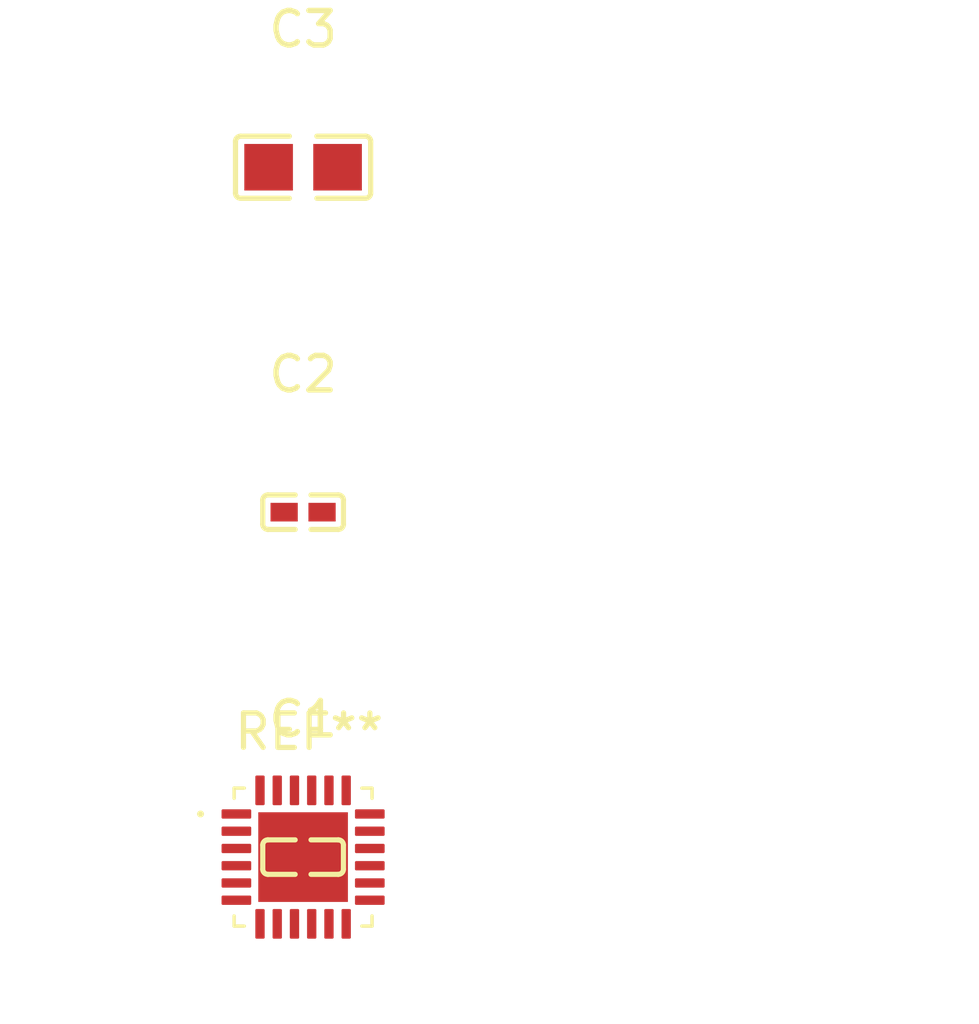
<source format=kicad_pcb>
(kicad_pcb (version 20241229) (generator "atopile") (generator_version "0.12.4")
  (layers (0 "F.Cu" signal) (31 "B.Cu" signal) (34 "B.Paste" user) (35 "F.Paste" user) (36 "B.SilkS" user "B.Silkscreen") (37 "F.SilkS" user "F.Silkscreen") (38 "B.Mask" user) (39 "F.Mask" user) (44 "Edge.Cuts" user))
  (net 0 "")
  (net 1 "_22")
  (net 2 "power_battery-VCC")
  (net 3 "_24")
  (net 4 "OTG")
  (net 5 "PSEL")
  (net 6 "QON")
  (net 7 "DM")
  (net 8 "power_regn-VCC")
  (net 9 "power_vbus-VCC")
  (net 10 "TS")
  (net 11 "PMID")
  (net 12 "_20")
  (net 13 "SCL")
  (net 14 "_21")
  (net 15 "GND")
  (net 16 "CE")
  (net 17 "_25")
  (net 18 "STAT")
  (net 19 "ILIM")
  (net 20 "_23")
  (net 21 "DP")
  (net 22 "INT")
  (net 23 "SDA")
  (net 24 "power_system-VCC")
  (footprint "TI_BQ25895RTWR:QFN50P400X400X80-25N" (layer "F.Cu") (at 0 0 0)
    (property "Reference" "U1" (hide yes))
    (property "Value" "" (hide yes))
    (fp_line (start 2 2) (end 1.705 2) (layer "F.SilkS"))
    (fp_line (start 2 -2) (end 1.705 -2) (layer "F.SilkS"))
    (fp_line (start -2 2) (end -1.705 2) (layer "F.SilkS"))
    (fp_line (start -2 -2) (end -1.705 -2) (layer "F.SilkS"))
    (fp_line (start 2 2) (end 2 1.705) (layer "F.SilkS"))
    (fp_line (start 2 -2) (end 2 -1.705) (layer "F.SilkS"))
    (fp_line (start -2 2) (end -2 1.705) (layer "F.SilkS"))
    (fp_line (start -2 -2) (end -2 -1.705) (layer "F.SilkS"))
    (fp_circle (center -2.975 -1.25) (end -2.875 -1.25) (layer "F.SilkS"))
    (fp_text reference "REF**" (at 0.175 -3.635 0) (layer "F.SilkS"))
    (fp_text value "QFN50P400X400X80-25N")
    (pad "7" smd roundrect (at -1.25 1.935 0) (size 0.27 0.86) (layers "F.Cu" "F.Mask" "F.Paste") (roundrect_rratio 0.125) (net 11 "PMID"))
    (pad "8" smd roundrect (at -0.75 1.935 0) (size 0.27 0.86) (layers "F.Cu" "F.Mask" "F.Paste") (roundrect_rratio 0.125) (net 24 "power_system-VCC"))
    (pad "9" smd roundrect (at -0.25 1.935 0) (size 0.27 0.86) (layers "F.Cu" "F.Mask" "F.Paste") (roundrect_rratio 0.125) (net 2 "power_battery-VCC"))
    (pad "10" smd roundrect (at 0.25 1.935 0) (size 0.27 0.86) (layers "F.Cu" "F.Mask" "F.Paste") (roundrect_rratio 0.125) (net 15 "GND"))
    (pad "11" smd roundrect (at 0.75 1.935 0) (size 0.27 0.86) (layers "F.Cu" "F.Mask" "F.Paste") (roundrect_rratio 0.125) (net 23 "SDA"))
    (pad "12" smd roundrect (at 1.25 1.935 0) (size 0.27 0.86) (layers "F.Cu" "F.Mask" "F.Paste") (roundrect_rratio 0.125) (net 13 "SCL"))
    (pad "19" smd roundrect (at 1.25 -1.935 0) (size 0.27 0.86) (layers "F.Cu" "F.Mask" "F.Paste") (roundrect_rratio 0.125) (net 15 "GND"))
    (pad "20" smd roundrect (at 0.75 -1.935 0) (size 0.27 0.86) (layers "F.Cu" "F.Mask" "F.Paste") (roundrect_rratio 0.125) (net 12 "_20"))
    (pad "21" smd roundrect (at 0.25 -1.935 0) (size 0.27 0.86) (layers "F.Cu" "F.Mask" "F.Paste") (roundrect_rratio 0.125) (net 14 "_21"))
    (pad "22" smd roundrect (at -0.25 -1.935 0) (size 0.27 0.86) (layers "F.Cu" "F.Mask" "F.Paste") (roundrect_rratio 0.125) (net 1 "_22"))
    (pad "23" smd roundrect (at -0.75 -1.935 0) (size 0.27 0.86) (layers "F.Cu" "F.Mask" "F.Paste") (roundrect_rratio 0.125) (net 20 "_23"))
    (pad "24" smd roundrect (at -1.25 -1.935 0) (size 0.27 0.86) (layers "F.Cu" "F.Mask" "F.Paste") (roundrect_rratio 0.125) (net 3 "_24"))
    (pad "1" smd roundrect (at -1.935 -1.25 0) (size 0.86 0.27) (layers "F.Cu" "F.Mask" "F.Paste") (roundrect_rratio 0.125) (net 10 "TS"))
    (pad "2" smd roundrect (at -1.935 -0.75 0) (size 0.86 0.27) (layers "F.Cu" "F.Mask" "F.Paste") (roundrect_rratio 0.125) (net 8 "power_regn-VCC"))
    (pad "3" smd roundrect (at -1.935 -0.25 0) (size 0.86 0.27) (layers "F.Cu" "F.Mask" "F.Paste") (roundrect_rratio 0.125) (net 7 "DM"))
    (pad "4" smd roundrect (at -1.935 0.25 0) (size 0.86 0.27) (layers "F.Cu" "F.Mask" "F.Paste") (roundrect_rratio 0.125) (net 21 "DP"))
    (pad "5" smd roundrect (at -1.935 0.75 0) (size 0.86 0.27) (layers "F.Cu" "F.Mask" "F.Paste") (roundrect_rratio 0.125) (net 9 "power_vbus-VCC"))
    (pad "6" smd roundrect (at -1.935 1.25 0) (size 0.86 0.27) (layers "F.Cu" "F.Mask" "F.Paste") (roundrect_rratio 0.125) (net 19 "ILIM"))
    (pad "13" smd roundrect (at 1.935 1.25 0) (size 0.86 0.27) (layers "F.Cu" "F.Mask" "F.Paste") (roundrect_rratio 0.125) (net 22 "INT"))
    (pad "14" smd roundrect (at 1.935 0.75 0) (size 0.86 0.27) (layers "F.Cu" "F.Mask" "F.Paste") (roundrect_rratio 0.125) (net 4 "OTG"))
    (pad "15" smd roundrect (at 1.935 0.25 0) (size 0.86 0.27) (layers "F.Cu" "F.Mask" "F.Paste") (roundrect_rratio 0.125) (net 16 "CE"))
    (pad "16" smd roundrect (at 1.935 -0.25 0) (size 0.86 0.27) (layers "F.Cu" "F.Mask" "F.Paste") (roundrect_rratio 0.125) (net 5 "PSEL"))
    (pad "17" smd roundrect (at 1.935 -0.75 0) (size 0.86 0.27) (layers "F.Cu" "F.Mask" "F.Paste") (roundrect_rratio 0.125) (net 18 "STAT"))
    (pad "18" smd roundrect (at 1.935 -1.25 0) (size 0.86 0.27) (layers "F.Cu" "F.Mask" "F.Paste") (roundrect_rratio 0.125) (net 6 "QON"))
    (pad "25" smd rect (at 0 0 0) (size 2.6 2.6) (layers "F.Cu" "F.Mask") (net 17 "_25"))
  )
  (footprint "YAGEO_CC0402KRX7R5BB104:C0402" (layer "F.Cu") (at 0 0 0)
    (property "Reference" "C1" (at 0 -4 0) (layer "F.SilkS") (hide no))
    (property "Value" "100nF ±10% 6.3V X7R")
    (fp_line (start 1.02 -0.5) (end 0.23 -0.5) (stroke (width 0.15)) (layer "F.SilkS"))
    (fp_line (start 0.23 0.5) (end 1.02 0.5) (stroke (width 0.15)) (layer "F.SilkS"))
    (fp_line (start 1.17 0.35) (end 1.17 -0.35) (stroke (width 0.15)) (layer "F.SilkS"))
    (fp_line (start -1.02 -0.5) (end -0.23 -0.5) (stroke (width 0.15)) (layer "F.SilkS"))
    (fp_line (start -0.23 0.5) (end -1.02 0.5) (stroke (width 0.15)) (layer "F.SilkS"))
    (fp_line (start -1.17 0.35) (end -1.17 -0.35) (stroke (width 0.15)) (layer "F.SilkS"))
    (fp_arc (start 1.17 0.35) (mid 1.1260660171779822 0.456066017177982) (end 1.02 0.4999999999999999) (stroke (width 0.15)) (layer "F.SilkS"))
    (fp_arc (start 1.02 -0.5) (mid 1.1260660171779822 -0.4560660171779821) (end 1.17 -0.35) (stroke (width 0.15)) (layer "F.SilkS"))
    (fp_arc (start -1.17 0.35) (mid -1.1260660171779822 0.456066017177982) (end -1.02 0.4999999999999999) (stroke (width 0.15)) (layer "F.SilkS"))
    (fp_arc (start -1.02 -0.5) (mid -1.1260660171779822 -0.4560660171779821) (end -1.17 -0.35) (stroke (width 0.15)) (layer "F.SilkS"))
    (fp_text user "${REFERENCE}" (at 0 -4 0) (layer "F.SilkS"))
    (pad "2" smd rect (at 0.55 0 0) (size 0.79 0.54) (layers "F.Cu" "F.Paste" "F.Mask") (net 15 "GND"))
    (pad "1" smd rect (at -0.55 0 0) (size 0.79 0.54) (layers "F.Cu" "F.Paste" "F.Mask") (net 8 "power_regn-VCC"))
  )
  (footprint "Samsung_Electro_Mechanics_CL05A105KQ5NNNC:C0402" (layer "F.Cu") (at 0 -10 0)
    (property "Reference" "C2" (at 0 -4 0) (layer "F.SilkS") (hide no))
    (property "Value" "1µF ±10% 6.3V X5R")
    (fp_line (start 1.02 -0.5) (end 0.23 -0.5) (stroke (width 0.15)) (layer "F.SilkS"))
    (fp_line (start 0.23 0.5) (end 1.02 0.5) (stroke (width 0.15)) (layer "F.SilkS"))
    (fp_line (start 1.17 0.35) (end 1.17 -0.35) (stroke (width 0.15)) (layer "F.SilkS"))
    (fp_line (start -1.02 -0.5) (end -0.23 -0.5) (stroke (width 0.15)) (layer "F.SilkS"))
    (fp_line (start -0.23 0.5) (end -1.02 0.5) (stroke (width 0.15)) (layer "F.SilkS"))
    (fp_line (start -1.17 0.35) (end -1.17 -0.35) (stroke (width 0.15)) (layer "F.SilkS"))
    (fp_arc (start 1.17 0.35) (mid 1.1260660171779822 0.456066017177982) (end 1.02 0.4999999999999999) (stroke (width 0.15)) (layer "F.SilkS"))
    (fp_arc (start 1.02 -0.5) (mid 1.1260660171779822 -0.4560660171779821) (end 1.17 -0.35) (stroke (width 0.15)) (layer "F.SilkS"))
    (fp_arc (start -1.17 0.35) (mid -1.1260660171779822 0.456066017177982) (end -1.02 0.4999999999999999) (stroke (width 0.15)) (layer "F.SilkS"))
    (fp_arc (start -1.02 -0.5) (mid -1.1260660171779822 -0.4560660171779821) (end -1.17 -0.35) (stroke (width 0.15)) (layer "F.SilkS"))
    (fp_text user "${REFERENCE}" (at 0 -4 0) (layer "F.SilkS"))
    (pad "2" smd rect (at 0.55 0 0) (size 0.79 0.54) (layers "F.Cu" "F.Paste" "F.Mask") (net 15 "GND"))
    (pad "1" smd rect (at -0.55 0 0) (size 0.79 0.54) (layers "F.Cu" "F.Paste" "F.Mask") (net 8 "power_regn-VCC"))
  )
  (footprint "Samsung_Electro_Mechanics_CL21A106KAYNNNE:C0805" (layer "F.Cu") (at 0 -20 0)
    (property "Reference" "C3" (at 0 -4 0) (layer "F.SilkS") (hide no))
    (property "Value" "10µF ±10% 25V X5R")
    (fp_line (start 1.81 -0.9) (end 0.4 -0.9) (stroke (width 0.15)) (layer "F.SilkS"))
    (fp_line (start 0.4 0.9) (end 1.81 0.9) (stroke (width 0.15)) (layer "F.SilkS"))
    (fp_line (start 1.96 0.75) (end 1.96 -0.75) (stroke (width 0.15)) (layer "F.SilkS"))
    (fp_line (start -1.81 -0.9) (end -0.4 -0.9) (stroke (width 0.15)) (layer "F.SilkS"))
    (fp_line (start -0.4 0.9) (end -1.81 0.9) (stroke (width 0.15)) (layer "F.SilkS"))
    (fp_line (start -1.96 0.75) (end -1.96 -0.75) (stroke (width 0.15)) (layer "F.SilkS"))
    (fp_arc (start 1.96 0.75) (mid 1.9160660171779822 0.856066017177982) (end 1.81 0.8999999999999999) (stroke (width 0.15)) (layer "F.SilkS"))
    (fp_arc (start 1.81 -0.9) (mid 1.9160660171779822 -0.8560660171779821) (end 1.96 -0.75) (stroke (width 0.15)) (layer "F.SilkS"))
    (fp_arc (start -1.96 0.75) (mid -1.9160660171779822 0.856066017177982) (end -1.81 0.8999999999999999) (stroke (width 0.15)) (layer "F.SilkS"))
    (fp_arc (start -1.81 -0.9) (mid -1.9160660171779822 -0.8560660171779821) (end -1.96 -0.75) (stroke (width 0.15)) (layer "F.SilkS"))
    (fp_text user "${REFERENCE}" (at 0 -4 0) (layer "F.SilkS"))
    (pad "2" smd rect (at 1 0 0) (size 1.41 1.35) (layers "F.Cu" "F.Paste" "F.Mask") (net 15 "GND"))
    (pad "1" smd rect (at -1 0 0) (size 1.41 1.35) (layers "F.Cu" "F.Paste" "F.Mask") (net 9 "power_vbus-VCC"))
  )
)
</source>
